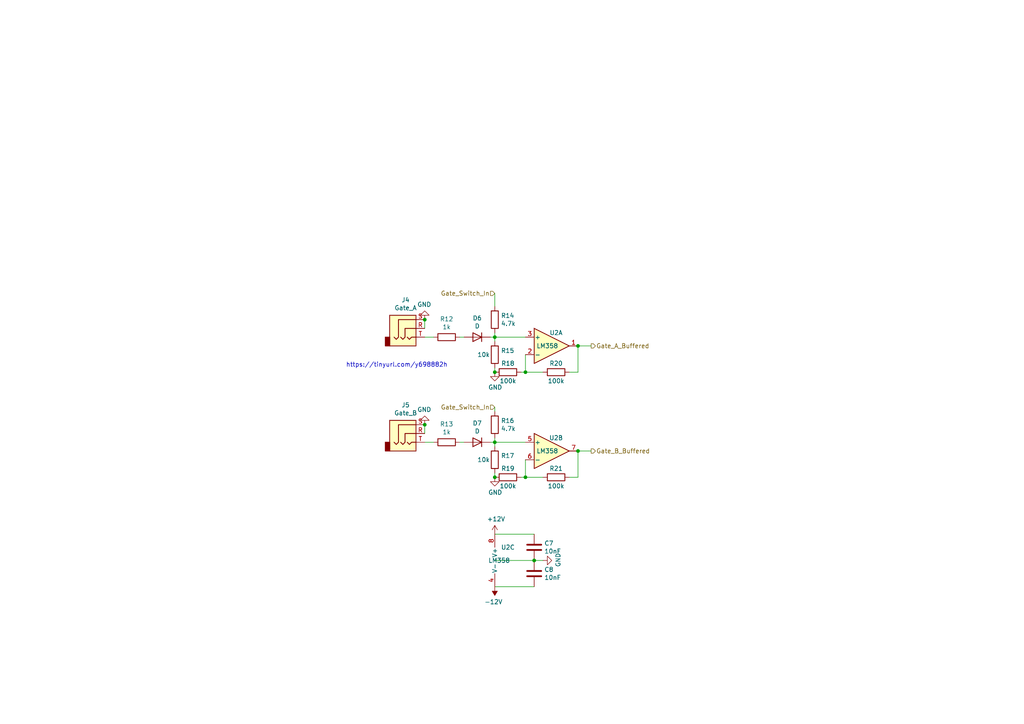
<source format=kicad_sch>
(kicad_sch (version 20211123) (generator eeschema)
  (paper "A4")
  (lib_symbols
    (symbol "Amplifier_Operational:LM358" (pin_names (offset 0.127))
      (property "Reference" "U" (at 0 5.08 0))
      (property "Value" "LM358" (at 0 -5.08 0))
      (symbol "LM358_1_1"
        (polyline (pts (xy -5.08 5.08) (xy 5.08 0) (xy -5.08 -5.08) (xy -5.08 5.08)) (stroke (width 0.254)) (fill (type background)))
        (pin output line (at 7.62 0 180) (length 2.54) (name "~") (number "1"))
        (pin input line (at -7.62 -2.54 0) (length 2.54) (name "-") (number "2"))
        (pin input line (at -7.62 2.54 0) (length 2.54) (name "+") (number "3"))
      )
      (symbol "LM358_2_1"
        (polyline (pts (xy -5.08 5.08) (xy 5.08 0) (xy -5.08 -5.08) (xy -5.08 5.08)) (stroke (width 0.254)) (fill (type background)))
        (pin input line (at -7.62 2.54 0) (length 2.54) (name "+") (number "5"))
        (pin input line (at -7.62 -2.54 0) (length 2.54) (name "-") (number "6"))
        (pin output line (at 7.62 0 180) (length 2.54) (name "~") (number "7"))
      )
      (symbol "LM358_3_1"
        (pin power_in line (at -2.54 -7.62 90) (length 3.81) (name "V-") (number "4"))
        (pin power_in line (at -2.54 7.62 270) (length 3.81) (name "V+") (number "8"))
      )
    )
    (symbol "Connector:AudioJack3"
      (property "Reference" "J" (at 0 8.89 0))
      (property "Value" "AudioJack3" (at 0 6.35 0))
      (symbol "AudioJack3_0_1"
        (rectangle (start -5.08 -5.08) (end -6.35 -2.54) (stroke (width 0.254)) (fill (type outline)))
        (polyline (pts (xy 0 -2.54) (xy 0.635 -3.175) (xy 1.27 -2.54) (xy 2.54 -2.54)) (stroke (width 0.254)))
        (polyline (pts (xy -1.905 -2.54) (xy -1.27 -3.175) (xy -0.635 -2.54) (xy -0.635 0) (xy 2.54 0)) (stroke (width 0.254)))
        (polyline (pts (xy 2.54 2.54) (xy -2.54 2.54) (xy -2.54 -2.54) (xy -3.175 -3.175) (xy -3.81 -2.54)) (stroke (width 0.254)))
        (rectangle (start 2.54 3.81) (end -5.08 -5.08) (stroke (width 0.254)) (fill (type background)))
      )
      (symbol "AudioJack3_1_1"
        (pin passive line (at 5.08 0 180) (length 2.54) (name "~") (number "R"))
        (pin passive line (at 5.08 2.54 180) (length 2.54) (name "~") (number "S"))
        (pin passive line (at 5.08 -2.54 180) (length 2.54) (name "~") (number "T"))
      )
    )
    (symbol "Device:C" (pin_numbers hide) (pin_names (offset 0.254))
      (property "Reference" "C" (at 0.635 2.54 0))
      (property "Value" "C" (at 0.635 -2.54 0))
      (symbol "C_0_1"
        (polyline (pts (xy -2.032 -0.762) (xy 2.032 -0.762)) (stroke (width 0.508)))
        (polyline (pts (xy -2.032 0.762) (xy 2.032 0.762)) (stroke (width 0.508)))
      )
      (symbol "C_1_1"
        (pin passive line (at 0 3.81 270) (length 2.794) (name "~") (number "1"))
        (pin passive line (at 0 -3.81 90) (length 2.794) (name "~") (number "2"))
      )
    )
    (symbol "Device:D" (pin_numbers hide) (pin_names (offset 1.016) hide)
      (property "Reference" "D" (at 0 2.54 0))
      (property "Value" "D" (at 0 -2.54 0))
      (symbol "D_0_1"
        (polyline (pts (xy -1.27 1.27) (xy -1.27 -1.27)) (stroke (width 0.254)))
        (polyline (pts (xy 1.27 0) (xy -1.27 0)))
        (polyline (pts (xy 1.27 1.27) (xy 1.27 -1.27) (xy -1.27 0) (xy 1.27 1.27)) (stroke (width 0.254)))
      )
      (symbol "D_1_1"
        (pin passive line (at -3.81 0 0) (length 2.54) (name "K") (number "1"))
        (pin passive line (at 3.81 0 180) (length 2.54) (name "A") (number "2"))
      )
    )
    (symbol "Device:R" (pin_numbers hide) (pin_names (offset 0))
      (property "Reference" "R" (at 2.032 0 90))
      (property "Value" "R" (at 0 0 90))
      (symbol "R_0_1"
        (rectangle (start -1.016 -2.54) (end 1.016 2.54) (stroke (width 0.254)))
      )
      (symbol "R_1_1"
        (pin passive line (at 0 3.81 270) (length 1.27) (name "~") (number "1"))
        (pin passive line (at 0 -3.81 90) (length 1.27) (name "~") (number "2"))
      )
    )
    (symbol "power:+12V" (power) (pin_names (offset 0))
      (property "Value" "+12V" (at 0 3.556 0))
      (symbol "+12V_0_1"
        (polyline (pts (xy -0.762 1.27) (xy 0 2.54)))
        (polyline (pts (xy 0 0) (xy 0 2.54)))
        (polyline (pts (xy 0 2.54) (xy 0.762 1.27)))
      )
      (symbol "+12V_1_1"
        (pin power_in line (at 0 0 90) (length 0) hide (name "+12V") (number "1"))
      )
    )
    (symbol "power:-12V" (power) (pin_names (offset 0))
      (property "Value" "-12V" (at 0 3.81 0))
      (symbol "-12V_0_0"
        (pin power_in line (at 0 0 90) (length 0) hide (name "-12V") (number "1"))
      )
      (symbol "-12V_0_1"
        (polyline (pts (xy 0 0) (xy 0 1.27) (xy 0.762 1.27) (xy 0 2.54) (xy -0.762 1.27) (xy 0 1.27)) (fill (type outline)))
      )
    )
    (symbol "power:GND" (power) (pin_names (offset 0))
      (property "Value" "GND" (at 0 -3.81 0))
      (symbol "GND_0_1"
        (polyline (pts (xy 0 0) (xy 0 -1.27) (xy 1.27 -1.27) (xy 0 -2.54) (xy -1.27 -1.27) (xy 0 -1.27)))
      )
      (symbol "GND_1_1"
        (pin power_in line (at 0 0 270) (length 0) hide (name "GND") (number "1"))
      )
    )
  )
  (junction (at 143.51 97.79))
  (junction (at 123.19 123.19))
  (junction (at 143.51 138.43))
  (junction (at 143.51 128.27))
  (junction (at 152.4 107.95))
  (junction (at 167.64 130.81))
  (junction (at 143.51 107.95))
  (junction (at 154.94 162.56))
  (junction (at 123.19 92.71))
  (junction (at 152.4 138.43))
  (junction (at 167.64 100.33))
  (wire (pts (xy 123.19 97.79) (xy 125.73 97.79)))
  (wire (pts (xy 167.64 107.95) (xy 167.64 100.33)))
  (wire (pts (xy 142.24 97.79) (xy 143.51 97.79)))
  (wire (pts (xy 167.64 138.43) (xy 167.64 130.81)))
  (wire (pts (xy 143.51 106.68) (xy 143.51 107.95)))
  (wire (pts (xy 152.4 133.35) (xy 152.4 138.43)))
  (wire (pts (xy 143.51 127) (xy 143.51 128.27)))
  (wire (pts (xy 143.51 154.94) (xy 154.94 154.94)))
  (wire (pts (xy 167.64 130.81) (xy 171.45 130.81)))
  (wire (pts (xy 152.4 107.95) (xy 151.13 107.95)))
  (wire (pts (xy 152.4 138.43) (xy 151.13 138.43)))
  (wire (pts (xy 143.51 97.79) (xy 143.51 99.06)))
  (wire (pts (xy 143.51 170.18) (xy 154.94 170.18)))
  (wire (pts (xy 133.35 97.79) (xy 134.62 97.79)))
  (wire (pts (xy 165.1 107.95) (xy 167.64 107.95)))
  (wire (pts (xy 152.4 138.43) (xy 157.48 138.43)))
  (wire (pts (xy 143.51 119.38) (xy 143.51 118.11)))
  (wire (pts (xy 143.51 85.09) (xy 143.51 88.9)))
  (wire (pts (xy 152.4 102.87) (xy 152.4 107.95)))
  (wire (pts (xy 154.94 162.56) (xy 157.48 162.56)))
  (wire (pts (xy 143.51 162.56) (xy 154.94 162.56)))
  (wire (pts (xy 143.51 128.27) (xy 143.51 129.54)))
  (wire (pts (xy 142.24 128.27) (xy 143.51 128.27)))
  (wire (pts (xy 152.4 107.95) (xy 157.48 107.95)))
  (wire (pts (xy 123.19 125.73) (xy 123.19 123.19)))
  (wire (pts (xy 143.51 128.27) (xy 152.4 128.27)))
  (wire (pts (xy 123.19 128.27) (xy 125.73 128.27)))
  (wire (pts (xy 143.51 137.16) (xy 143.51 138.43)))
  (wire (pts (xy 143.51 97.79) (xy 152.4 97.79)))
  (wire (pts (xy 123.19 95.25) (xy 123.19 92.71)))
  (wire (pts (xy 143.51 96.52) (xy 143.51 97.79)))
  (wire (pts (xy 165.1 138.43) (xy 167.64 138.43)))
  (wire (pts (xy 167.64 100.33) (xy 171.45 100.33)))
  (wire (pts (xy 133.35 128.27) (xy 134.62 128.27)))
  (text "https://tinyurl.com/y698882h" (at 100.33 106.68 0) (effects (font (size 1.27 1.27)) (justify left bottom)))
  (hierarchical_label "Gate_Switch_In" (shape input) (at 143.51 85.09 180))
  (hierarchical_label "Gate_B_Buffered" (shape output) (at 171.45 130.81 0))
  (hierarchical_label "Gate_Switch_In" (shape input) (at 143.51 118.11 180))
  (hierarchical_label "Gate_A_Buffered" (shape output) (at 171.45 100.33 0))
  (symbol (lib_id "power:GND") (at 123.19 92.71 180) (unit 1)
    (property "Reference" "#PWR023" (effects hide))
    (property "Value" "GND" (at 123.063 88.3158 0))
  )
  (symbol (lib_id "power:GND") (at 143.51 107.95 0) (unit 1)
    (property "Reference" "#PWR025" (effects hide))
    (property "Value" "GND" (at 143.637 112.3442 0))
  )
  (symbol (lib_id "Device:R") (at 161.29 107.95 270) (unit 1)
    (property "Reference" "R20" (at 161.29 105.41 90))
    (property "Value" "100k" (at 161.29 110.49 90))
    (property "Footprint" "Resistor_SMD:R_1206_3216Metric_Pad1.30x1.75mm_HandSolder" (effects hide))
  )
  (symbol (lib_id "Device:R") (at 147.32 107.95 270) (unit 1)
    (property "Reference" "R18" (at 147.32 105.41 90))
    (property "Value" "100k" (at 147.32 110.49 90))
    (property "Footprint" "Resistor_SMD:R_1206_3216Metric_Pad1.30x1.75mm_HandSolder" (effects hide))
  )
  (symbol (lib_id "Device:D") (at 138.43 97.79 180) (unit 1)
    (property "Reference" "D6" (at 138.43 92.2782 0))
    (property "Value" "D" (at 138.43 94.5896 0))
    (property "Footprint" "Diode_THT:D_A-405_P7.62mm_Horizontal" (effects hide))
  )
  (symbol (lib_id "Device:R") (at 143.51 102.87 0) (unit 1)
    (property "Reference" "R15" (at 145.288 101.7016 0) (effects (justify left)))
    (property "Value" "10k" (at 138.43 102.87 0) (effects (justify left)))
    (property "Footprint" "Resistor_SMD:R_1206_3216Metric_Pad1.30x1.75mm_HandSolder" (effects hide))
  )
  (symbol (lib_id "Device:R") (at 143.51 92.71 0) (unit 1)
    (property "Reference" "R14" (at 145.288 91.5416 0) (effects (justify left)))
    (property "Value" "4.7k" (at 145.288 93.853 0) (effects (justify left)))
    (property "Footprint" "Resistor_SMD:R_1206_3216Metric_Pad1.30x1.75mm_HandSolder" (effects hide))
  )
  (symbol (lib_id "Device:R") (at 129.54 97.79 90) (unit 1)
    (property "Reference" "R12" (at 129.54 92.5322 90))
    (property "Value" "1k" (at 129.54 94.8436 90))
    (property "Footprint" "Resistor_SMD:R_1206_3216Metric_Pad1.30x1.75mm_HandSolder" (effects hide))
  )
  (symbol (lib_id "Connector:AudioJack3") (at 118.11 95.25 0) (unit 1)
    (property "Reference" "J4" (at 117.6528 86.995 0))
    (property "Value" "Gate_A" (at 117.6528 89.3064 0))
    (property "Footprint" "My Stuff:Jack_2.5mm_MJ-355W_Vertical" (effects hide))
  )
  (symbol (lib_id "Amplifier_Operational:LM358") (at 160.02 100.33 0) (unit 1)
    (property "Reference" "U2" (at 161.29 96.52 0))
    (property "Value" "LM358" (at 158.75 100.33 0))
    (property "Footprint" "Package_DIP:DIP-8_W7.62mm" (effects hide))
    (property "Datasheet" "http://www.ti.com/lit/ds/symlink/lm2904-n.pdf" (effects hide))
  )
  (symbol (lib_id "Amplifier_Operational:LM358") (at 160.02 130.81 0) (unit 2)
    (property "Reference" "U2" (at 161.29 127 0))
    (property "Value" "LM358" (at 158.75 130.81 0))
    (property "Footprint" "Package_DIP:DIP-8_W7.62mm" (effects hide))
    (property "Datasheet" "http://www.ti.com/lit/ds/symlink/lm2904-n.pdf" (effects hide))
  )
  (symbol (lib_id "power:GND") (at 123.19 123.19 180) (unit 1)
    (property "Reference" "#PWR024" (effects hide))
    (property "Value" "GND" (at 123.063 118.7958 0))
  )
  (symbol (lib_id "power:GND") (at 143.51 138.43 0) (unit 1)
    (property "Reference" "#PWR026" (effects hide))
    (property "Value" "GND" (at 143.637 142.8242 0))
  )
  (symbol (lib_id "Device:R") (at 161.29 138.43 270) (unit 1)
    (property "Reference" "R21" (at 161.29 135.89 90))
    (property "Value" "100k" (at 161.29 140.97 90))
    (property "Footprint" "Resistor_SMD:R_1206_3216Metric_Pad1.30x1.75mm_HandSolder" (effects hide))
  )
  (symbol (lib_id "Device:R") (at 147.32 138.43 270) (unit 1)
    (property "Reference" "R19" (at 147.32 135.89 90))
    (property "Value" "100k" (at 147.32 140.97 90))
    (property "Footprint" "Resistor_SMD:R_1206_3216Metric_Pad1.30x1.75mm_HandSolder" (effects hide))
  )
  (symbol (lib_id "Device:D") (at 138.43 128.27 180) (unit 1)
    (property "Reference" "D7" (at 138.43 122.7582 0))
    (property "Value" "D" (at 138.43 125.0696 0))
    (property "Footprint" "Diode_THT:D_A-405_P7.62mm_Horizontal" (effects hide))
  )
  (symbol (lib_id "Device:R") (at 143.51 133.35 0) (unit 1)
    (property "Reference" "R17" (at 145.288 132.1816 0) (effects (justify left)))
    (property "Value" "10k" (at 138.43 133.35 0) (effects (justify left)))
    (property "Footprint" "Resistor_SMD:R_1206_3216Metric_Pad1.30x1.75mm_HandSolder" (effects hide))
  )
  (symbol (lib_id "Device:R") (at 143.51 123.19 0) (unit 1)
    (property "Reference" "R16" (at 145.288 122.0216 0) (effects (justify left)))
    (property "Value" "4.7k" (at 145.288 124.333 0) (effects (justify left)))
    (property "Footprint" "Resistor_SMD:R_1206_3216Metric_Pad1.30x1.75mm_HandSolder" (effects hide))
  )
  (symbol (lib_id "Device:R") (at 129.54 128.27 90) (unit 1)
    (property "Reference" "R13" (at 129.54 123.0122 90))
    (property "Value" "1k" (at 129.54 125.3236 90))
    (property "Footprint" "Resistor_SMD:R_1206_3216Metric_Pad1.30x1.75mm_HandSolder" (effects hide))
  )
  (symbol (lib_id "Connector:AudioJack3") (at 118.11 125.73 0) (unit 1)
    (property "Reference" "J5" (at 117.6528 117.475 0))
    (property "Value" "Gate_B" (at 117.6528 119.7864 0))
    (property "Footprint" "My Stuff:Jack_2.5mm_MJ-355W_Vertical" (effects hide))
  )
  (symbol (lib_id "Amplifier_Operational:LM358") (at 146.05 162.56 0) (unit 3)
    (property "Reference" "U2" (at 147.32 158.75 0))
    (property "Value" "LM358" (at 144.78 162.56 0))
    (property "Footprint" "Package_DIP:DIP-8_W7.62mm" (effects hide))
    (property "Datasheet" "http://www.ti.com/lit/ds/symlink/lm2904-n.pdf" (effects hide))
  )
  (symbol (lib_id "power:-12V") (at 143.51 170.18 180) (unit 1)
    (property "Reference" "#PWR028" (effects hide))
    (property "Value" "-12V" (at 143.129 174.5742 0))
  )
  (symbol (lib_id "power:+12V") (at 143.51 154.94 0) (unit 1)
    (property "Reference" "#PWR027" (effects hide))
    (property "Value" "+12V" (at 143.891 150.5458 0))
  )
  (symbol (lib_id "Device:C") (at 154.94 166.37 180) (unit 1)
    (property "Reference" "C8" (at 157.861 165.2016 0) (effects (justify right)))
    (property "Value" "10nF" (at 157.861 167.513 0) (effects (justify right)))
    (property "Footprint" "Capacitor_THT:C_Disc_D5.1mm_W3.2mm_P5.00mm" (effects hide))
  )
  (symbol (lib_id "power:GND") (at 157.48 162.56 90) (unit 1)
    (property "Reference" "#PWR029" (effects hide))
    (property "Value" "GND" (at 161.8742 162.433 0))
  )
  (symbol (lib_id "Device:C") (at 154.94 158.75 180) (unit 1)
    (property "Reference" "C7" (at 157.861 157.5816 0) (effects (justify right)))
    (property "Value" "10nF" (at 157.861 159.893 0) (effects (justify right)))
    (property "Footprint" "Capacitor_THT:C_Disc_D5.1mm_W3.2mm_P5.00mm" (effects hide))
  )
)
</source>
